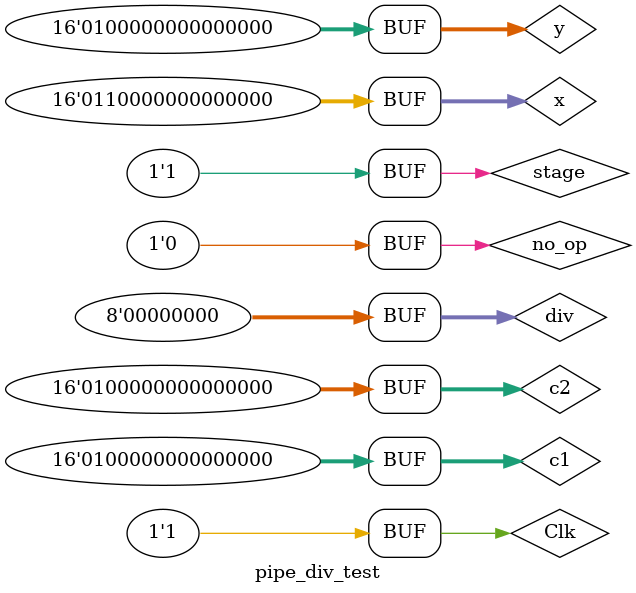
<source format=v>
`timescale 1ns / 1ps


module pipe_div_test;

	// Inputs
	reg Clk;
	reg [15:0] x;
	reg [15:0] y;
	reg [15:0] c1;
	reg [15:0] c2;
	reg [7:0] div;
	reg no_op;
	reg stage;

	// Outputs
	wire [15:0] newX;
	wire [15:0] newY;
	wire [15:0] newC1;
	wire [15:0] newC2;
	wire [7:0] newDiv;
	wire new_no_op;

	// Instantiate the Unit Under Test (UUT)
	diverge_pipe uut (
		.Clk(Clk), 
		.x(x), 
		.y(y), 
		.c1(c1), 
		.c2(c2), 
		.div(div), 
		.no_op(no_op), 
		.stage(stage), 
		.newX(newX), 
		.newY(newY), 
		.newC1(newC1), 
		.newC2(newC2), 
		.newDiv(newDiv), 
		.new_no_op(new_no_op)
	);

	initial begin
		// Initialize Inputs
		Clk = 0;
		x = 0;
		y = 0;
		c1 = 0;
		c2 = 0;
		div = 0;
		no_op = 0;
		stage = 0;

		// Wait 100 ns for global reset to finish
		#100;
        
		// Add stimulus here
		Clk = 1;
		x = 16'b0100000000000000;
		y = 16'b0100000000000000;
		c1 = 16'b0100000000000000;
		c2 = 16'b0100000000000000;
		div = 0;
		no_op = 0;
		stage = 1;

		// Wait 100 ns for global reset to finish
		#100;
		Clk = 0;
		x = 0;
		y = 0;
		c1 = 0;
		c2 = 0;
		div = 0;
		no_op = 0;
		stage = 0;

		// Wait 100 ns for global reset to finish
		#100;
		
		Clk = 1;
		x = 16'b0110000000000000;
		y = 16'b0100000000000000;
		c1 = 16'b0100000000000000;
		c2 = 16'b0100000000000000;
		div = 0;
		no_op = 0;
		stage = 1;



		// Wait 100 ns for global reset to finish
		#100;
	end
      
endmodule


</source>
